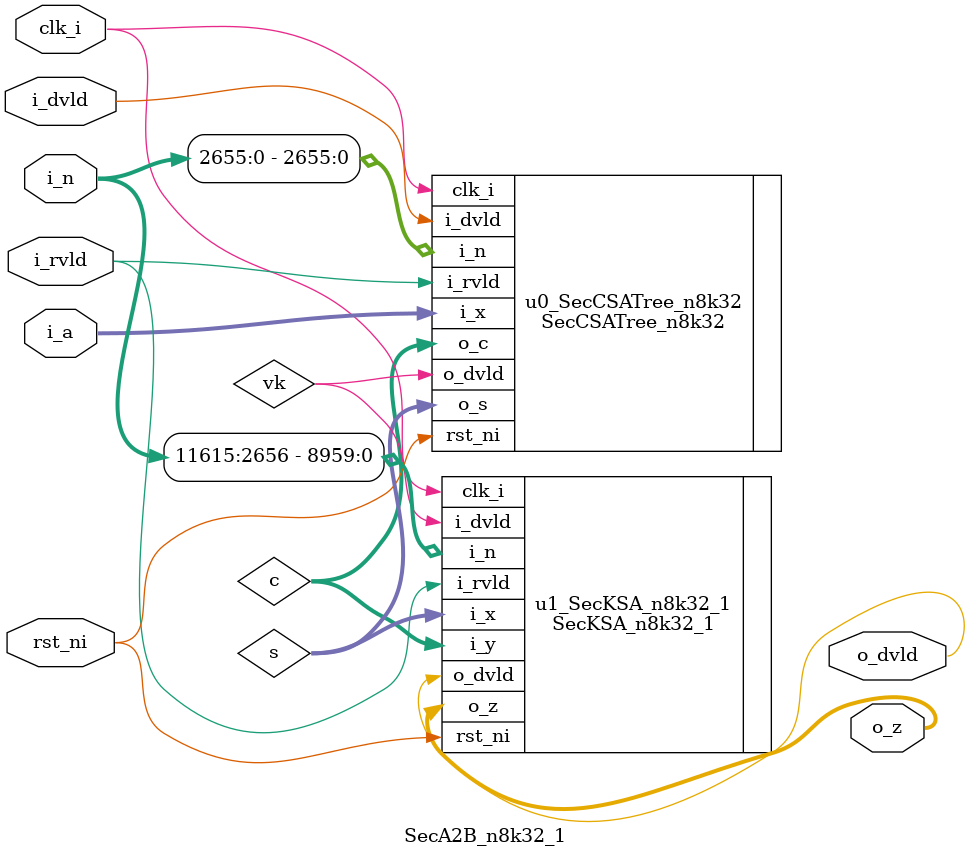
<source format=v>

`timescale 1ns/1ps
module SecA2B_n8k32_1(
    input  wire           clk_i,
    input  wire           rst_ni,
    input  wire           i_dvld,
    input  wire           i_rvld,
    input  wire [11615:0] i_n,
    input  wire   [255:0] i_a,
    output wire   [255:0] o_z,
    output wire           o_dvld);

wire    [255:0] s;
wire    [255:0] c;
wire            vk;

// ------------------------------------------------------------------------------
// Do SecCSAtree instance
// ------------------------------------------------------------------------------
SecCSATree_n8k32
  u0_SecCSATree_n8k32
   (.clk_i  (clk_i),
    .rst_ni (rst_ni),
    .i_dvld (i_dvld),
    .i_rvld (i_rvld),
    .i_n    (i_n[0+:2656]),
    .i_x    (i_a),
    .o_s    (s),
    .o_c    (c),
    .o_dvld (vk));



// ------------------------------------------------------------------------------
// Do SecKSA instance
// ------------------------------------------------------------------------------
SecKSA_n8k32_1
  u1_SecKSA_n8k32_1
   (.clk_i  (clk_i),
    .rst_ni (rst_ni),
    .i_dvld (vk),
    .i_rvld (i_rvld),
    .i_n    (i_n[2656+:8960]),
    .i_x    (s),
    .i_y    (c),
    .o_z    (o_z),
    .o_dvld (o_dvld));


endmodule

</source>
